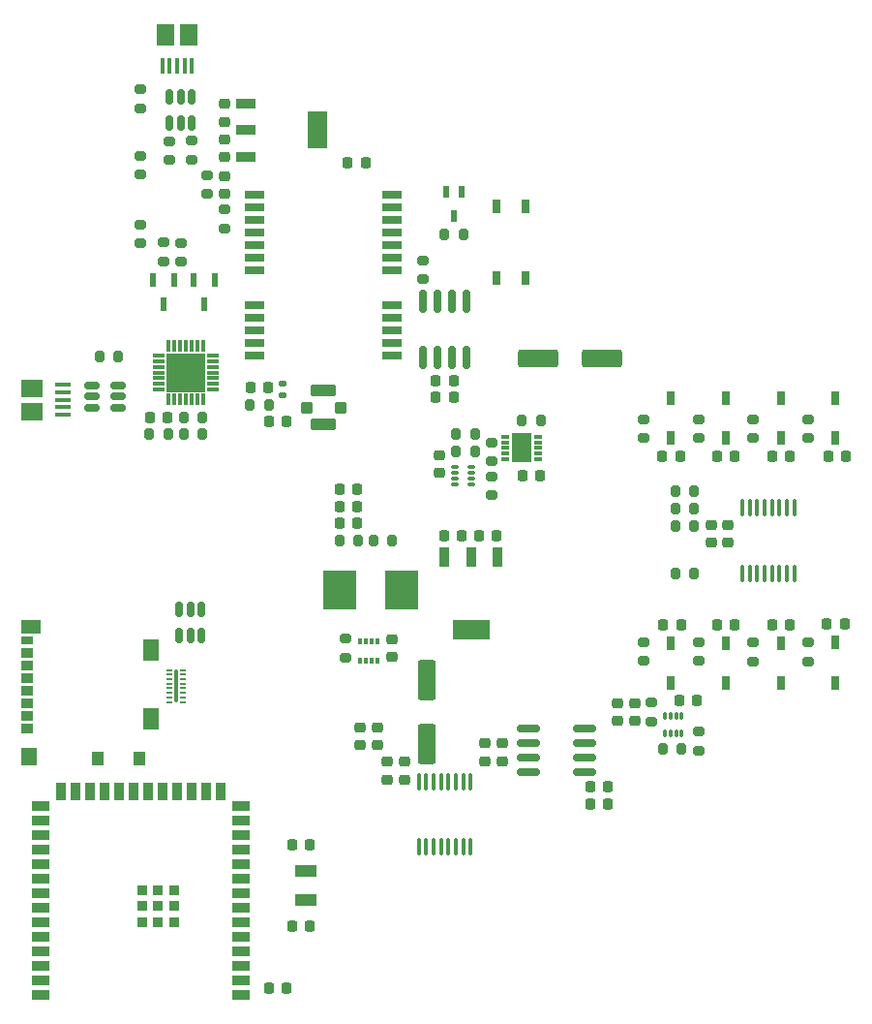
<source format=gbr>
%TF.GenerationSoftware,KiCad,Pcbnew,9.0.2*%
%TF.CreationDate,2025-06-15T01:14:31-07:00*%
%TF.ProjectId,SDM26LoggerV3.3,53444d32-364c-46f6-9767-657256332e33,rev?*%
%TF.SameCoordinates,Original*%
%TF.FileFunction,Paste,Top*%
%TF.FilePolarity,Positive*%
%FSLAX46Y46*%
G04 Gerber Fmt 4.6, Leading zero omitted, Abs format (unit mm)*
G04 Created by KiCad (PCBNEW 9.0.2) date 2025-06-15 01:14:31*
%MOMM*%
%LPD*%
G01*
G04 APERTURE LIST*
G04 Aperture macros list*
%AMRoundRect*
0 Rectangle with rounded corners*
0 $1 Rounding radius*
0 $2 $3 $4 $5 $6 $7 $8 $9 X,Y pos of 4 corners*
0 Add a 4 corners polygon primitive as box body*
4,1,4,$2,$3,$4,$5,$6,$7,$8,$9,$2,$3,0*
0 Add four circle primitives for the rounded corners*
1,1,$1+$1,$2,$3*
1,1,$1+$1,$4,$5*
1,1,$1+$1,$6,$7*
1,1,$1+$1,$8,$9*
0 Add four rect primitives between the rounded corners*
20,1,$1+$1,$2,$3,$4,$5,0*
20,1,$1+$1,$4,$5,$6,$7,0*
20,1,$1+$1,$6,$7,$8,$9,0*
20,1,$1+$1,$8,$9,$2,$3,0*%
G04 Aperture macros list end*
%ADD10RoundRect,0.225000X0.225000X0.250000X-0.225000X0.250000X-0.225000X-0.250000X0.225000X-0.250000X0*%
%ADD11RoundRect,0.225000X0.250000X-0.225000X0.250000X0.225000X-0.250000X0.225000X-0.250000X-0.225000X0*%
%ADD12RoundRect,0.075000X0.075000X-0.260000X0.075000X0.260000X-0.075000X0.260000X-0.075000X-0.260000X0*%
%ADD13RoundRect,0.200000X0.200000X0.275000X-0.200000X0.275000X-0.200000X-0.275000X0.200000X-0.275000X0*%
%ADD14RoundRect,0.200000X-0.275000X0.200000X-0.275000X-0.200000X0.275000X-0.200000X0.275000X0.200000X0*%
%ADD15R,2.950000X3.500000*%
%ADD16RoundRect,0.200000X-0.200000X-0.275000X0.200000X-0.275000X0.200000X0.275000X-0.200000X0.275000X0*%
%ADD17R,1.350000X0.400000*%
%ADD18R,1.900000X1.500000*%
%ADD19R,1.100000X0.850000*%
%ADD20R,1.100000X0.750000*%
%ADD21R,1.000000X1.200000*%
%ADD22R,1.350000X1.550000*%
%ADD23R,1.350000X1.900000*%
%ADD24R,1.800000X1.170000*%
%ADD25RoundRect,0.150000X0.150000X-0.512500X0.150000X0.512500X-0.150000X0.512500X-0.150000X-0.512500X0*%
%ADD26R,1.000000X0.300000*%
%ADD27R,0.300000X1.000000*%
%ADD28R,3.350000X3.350000*%
%ADD29R,1.800000X0.800000*%
%ADD30R,0.300000X0.475000*%
%ADD31RoundRect,0.250000X1.500000X0.550000X-1.500000X0.550000X-1.500000X-0.550000X1.500000X-0.550000X0*%
%ADD32RoundRect,0.100000X0.100000X-0.637500X0.100000X0.637500X-0.100000X0.637500X-0.100000X-0.637500X0*%
%ADD33R,1.500000X0.900000*%
%ADD34R,0.900000X1.500000*%
%ADD35R,0.900000X0.900000*%
%ADD36R,0.800000X1.150000*%
%ADD37RoundRect,0.150000X-0.825000X-0.150000X0.825000X-0.150000X0.825000X0.150000X-0.825000X0.150000X0*%
%ADD38RoundRect,0.225000X-0.225000X-0.250000X0.225000X-0.250000X0.225000X0.250000X-0.225000X0.250000X0*%
%ADD39RoundRect,0.225000X-0.250000X0.225000X-0.250000X-0.225000X0.250000X-0.225000X0.250000X0.225000X0*%
%ADD40R,0.950000X1.750000*%
%ADD41R,3.250000X1.750000*%
%ADD42R,0.700000X0.300000*%
%ADD43R,1.750000X2.500000*%
%ADD44RoundRect,0.200000X0.275000X-0.200000X0.275000X0.200000X-0.275000X0.200000X-0.275000X-0.200000X0*%
%ADD45RoundRect,0.050000X0.285000X0.100000X-0.285000X0.100000X-0.285000X-0.100000X0.285000X-0.100000X0*%
%ADD46R,1.750000X0.950000*%
%ADD47R,1.750000X3.250000*%
%ADD48R,0.600000X1.250000*%
%ADD49RoundRect,0.100000X0.400000X-0.400000X0.400000X0.400000X-0.400000X0.400000X-0.400000X-0.400000X0*%
%ADD50RoundRect,0.105000X0.995000X-0.420000X0.995000X0.420000X-0.995000X0.420000X-0.995000X-0.420000X0*%
%ADD51RoundRect,0.050000X0.175000X0.050000X-0.175000X0.050000X-0.175000X-0.050000X0.175000X-0.050000X0*%
%ADD52RoundRect,0.075000X0.075000X1.325000X-0.075000X1.325000X-0.075000X-1.325000X0.075000X-1.325000X0*%
%ADD53RoundRect,0.150000X0.512500X0.150000X-0.512500X0.150000X-0.512500X-0.150000X0.512500X-0.150000X0*%
%ADD54R,0.400000X1.350000*%
%ADD55R,1.500000X1.900000*%
%ADD56RoundRect,0.150000X0.150000X-0.825000X0.150000X0.825000X-0.150000X0.825000X-0.150000X-0.825000X0*%
%ADD57RoundRect,0.147500X-0.172500X0.147500X-0.172500X-0.147500X0.172500X-0.147500X0.172500X0.147500X0*%
%ADD58R,0.500000X1.050000*%
%ADD59R,1.900000X1.100000*%
%ADD60RoundRect,0.250000X-0.550000X1.500000X-0.550000X-1.500000X0.550000X-1.500000X0.550000X1.500000X0*%
%ADD61R,0.800000X1.200000*%
G04 APERTURE END LIST*
D10*
%TO.C,C18*%
X127875000Y-103200000D03*
X126325000Y-103200000D03*
%TD*%
D11*
%TO.C,C2*%
X122100000Y-136575000D03*
X122100000Y-135025000D03*
%TD*%
D12*
%TO.C,U6*%
X146340000Y-132540000D03*
X146840000Y-132540000D03*
X147340000Y-132540000D03*
X147840000Y-132540000D03*
X147840000Y-131060000D03*
X147340000Y-131060000D03*
X146840000Y-131060000D03*
X146340000Y-131060000D03*
%TD*%
D13*
%TO.C,R30*%
X111725000Y-103800000D03*
X110075000Y-103800000D03*
%TD*%
D14*
%TO.C,R4*%
X100500000Y-88075000D03*
X100500000Y-89725000D03*
%TD*%
D15*
%TO.C,L1*%
X117875000Y-120000000D03*
X123325000Y-120000000D03*
%TD*%
D16*
%TO.C,R18*%
X146175000Y-133900000D03*
X147825000Y-133900000D03*
%TD*%
D10*
%TO.C,C37*%
X157275000Y-123100000D03*
X155725000Y-123100000D03*
%TD*%
D13*
%TO.C,R24*%
X148925000Y-111400000D03*
X147275000Y-111400000D03*
%TD*%
D17*
%TO.C,J2*%
X93662500Y-102100000D03*
X93662500Y-102750000D03*
X93662500Y-103400000D03*
X93662500Y-104050000D03*
X93662500Y-104700000D03*
D18*
X90962500Y-102400000D03*
X90962500Y-104400000D03*
%TD*%
D10*
%TO.C,C16*%
X128600000Y-115300000D03*
X127050000Y-115300000D03*
%TD*%
D19*
%TO.C,J4*%
X90570000Y-132100000D03*
X90570000Y-131000000D03*
X90570000Y-129900000D03*
X90570000Y-128800000D03*
X90570000Y-127700000D03*
X90570000Y-126600000D03*
X90570000Y-125500000D03*
D20*
X90570000Y-124450000D03*
D21*
X96720000Y-134735000D03*
X100420000Y-134735000D03*
D22*
X90695000Y-134560000D03*
D23*
X101395000Y-131235000D03*
X101395000Y-125265000D03*
D24*
X90920000Y-123240000D03*
%TD*%
D13*
%TO.C,R14*%
X128725000Y-88900000D03*
X127075000Y-88900000D03*
%TD*%
D25*
%TO.C,U5*%
X103050000Y-79175000D03*
X104000000Y-79175000D03*
X104950000Y-79175000D03*
X104950000Y-76900000D03*
X104000000Y-76900000D03*
X103050000Y-76900000D03*
%TD*%
D14*
%TO.C,R2*%
X104000000Y-89675000D03*
X104000000Y-91325000D03*
%TD*%
D26*
%TO.C,IC2*%
X102100000Y-99510000D03*
X102100000Y-100010000D03*
X102100000Y-100510000D03*
X102100000Y-101010000D03*
X102100000Y-101510000D03*
X102100000Y-102010000D03*
X102100000Y-102510000D03*
D27*
X102950000Y-103360000D03*
X103450000Y-103360000D03*
X103950000Y-103360000D03*
X104450000Y-103360000D03*
X104950000Y-103360000D03*
X105450000Y-103360000D03*
X105950000Y-103360000D03*
D26*
X106800000Y-102510000D03*
X106800000Y-102010000D03*
X106800000Y-101510000D03*
X106800000Y-101010000D03*
X106800000Y-100510000D03*
X106800000Y-100010000D03*
X106800000Y-99510000D03*
D27*
X105950000Y-98660000D03*
X105450000Y-98660000D03*
X104950000Y-98660000D03*
X104450000Y-98660000D03*
X103950000Y-98660000D03*
X103450000Y-98660000D03*
X102950000Y-98660000D03*
D28*
X104450000Y-101010000D03*
%TD*%
D29*
%TO.C,IC7*%
X110500000Y-85500000D03*
X110500000Y-86600000D03*
X110500000Y-87700000D03*
X110500000Y-88800000D03*
X110500000Y-89900000D03*
X110500000Y-91000000D03*
X110500000Y-92100000D03*
X110500000Y-95100000D03*
X110500000Y-96200000D03*
X110500000Y-97300000D03*
X110500000Y-98400000D03*
X110500000Y-99500000D03*
X122500000Y-99500000D03*
X122500000Y-98400000D03*
X122500000Y-97300000D03*
X122500000Y-96200000D03*
X122500000Y-95100000D03*
X122500000Y-92100000D03*
X122500000Y-91000000D03*
X122500000Y-89900000D03*
X122500000Y-88800000D03*
X122500000Y-87700000D03*
X122500000Y-86600000D03*
X122500000Y-85500000D03*
%TD*%
D30*
%TO.C,IC4*%
X119700000Y-126200000D03*
X120200000Y-126200000D03*
X120700000Y-126200000D03*
X121200000Y-126200000D03*
X121200000Y-124524000D03*
X120700000Y-124524000D03*
X120200000Y-124524000D03*
X119700000Y-124524000D03*
%TD*%
D14*
%TO.C,R28*%
X154100000Y-105075000D03*
X154100000Y-106725000D03*
%TD*%
D31*
%TO.C,C5*%
X140900000Y-99800000D03*
X135300000Y-99800000D03*
%TD*%
D32*
%TO.C,U1*%
X124825000Y-142462500D03*
X125475000Y-142462500D03*
X126125000Y-142462500D03*
X126775000Y-142462500D03*
X127425000Y-142462500D03*
X128075000Y-142462500D03*
X128725000Y-142462500D03*
X129375000Y-142462500D03*
X129375000Y-136737500D03*
X128725000Y-136737500D03*
X128075000Y-136737500D03*
X127425000Y-136737500D03*
X126775000Y-136737500D03*
X126125000Y-136737500D03*
X125475000Y-136737500D03*
X124825000Y-136737500D03*
%TD*%
D13*
%TO.C,R13*%
X102925000Y-106400000D03*
X101275000Y-106400000D03*
%TD*%
D11*
%TO.C,C11*%
X119700000Y-133575000D03*
X119700000Y-132025000D03*
%TD*%
D14*
%TO.C,R38*%
X131200000Y-107100000D03*
X131200000Y-108750000D03*
%TD*%
D33*
%TO.C,IC1*%
X109250000Y-155360000D03*
X109250000Y-154090000D03*
X109250000Y-152820000D03*
X109250000Y-151550000D03*
X109250000Y-150280000D03*
X109250000Y-149010000D03*
X109250000Y-147740000D03*
X109250000Y-146470000D03*
X109250000Y-145200000D03*
X109250000Y-143930000D03*
X109250000Y-142660000D03*
X109250000Y-141390000D03*
X109250000Y-140120000D03*
X109250000Y-138850000D03*
D34*
X107485000Y-137600000D03*
X106215000Y-137600000D03*
X104945000Y-137600000D03*
X103675000Y-137600000D03*
X102405000Y-137600000D03*
X101135000Y-137600000D03*
X99865000Y-137600000D03*
X98595000Y-137600000D03*
X97325000Y-137600000D03*
X96055000Y-137600000D03*
X94785000Y-137600000D03*
X93515000Y-137600000D03*
D33*
X91750000Y-138850000D03*
X91750000Y-140120000D03*
X91750000Y-141390000D03*
X91750000Y-142660000D03*
X91750000Y-143930000D03*
X91750000Y-145200000D03*
X91750000Y-146470000D03*
X91750000Y-147740000D03*
X91750000Y-149010000D03*
X91750000Y-150280000D03*
X91750000Y-151550000D03*
X91750000Y-152820000D03*
X91750000Y-154090000D03*
X91750000Y-155360000D03*
D35*
X102000000Y-147640000D03*
X102000000Y-149040000D03*
X103400000Y-149040000D03*
X103400000Y-147640000D03*
X103400000Y-146240000D03*
X102000000Y-146240000D03*
X100600000Y-146240000D03*
X100600000Y-147640000D03*
X100600000Y-149040000D03*
%TD*%
D14*
%TO.C,R37*%
X144500000Y-105075000D03*
X144500000Y-106725000D03*
%TD*%
D16*
%TO.C,R23*%
X147275000Y-118600000D03*
X148925000Y-118600000D03*
%TD*%
D36*
%TO.C,D7*%
X151700000Y-103250000D03*
X151700000Y-106750000D03*
%TD*%
D37*
%TO.C,U8*%
X134425000Y-132095000D03*
X134425000Y-133365000D03*
X134425000Y-134635000D03*
X134425000Y-135905000D03*
X139375000Y-135905000D03*
X139375000Y-134635000D03*
X139375000Y-133365000D03*
X139375000Y-132095000D03*
%TD*%
D11*
%TO.C,C10*%
X121200000Y-133575000D03*
X121200000Y-132025000D03*
%TD*%
D38*
%TO.C,C42*%
X146125000Y-108300000D03*
X147675000Y-108300000D03*
%TD*%
D14*
%TO.C,R15*%
X103000000Y-80775000D03*
X103000000Y-82425000D03*
%TD*%
%TO.C,R1*%
X102500000Y-89650000D03*
X102500000Y-91300000D03*
%TD*%
D39*
%TO.C,C26*%
X143700000Y-129925000D03*
X143700000Y-131475000D03*
%TD*%
D40*
%TO.C,IC3*%
X131700000Y-117150000D03*
X129400000Y-117150000D03*
X127100000Y-117150000D03*
D41*
X129400000Y-123450000D03*
%TD*%
D38*
%TO.C,C20*%
X147625000Y-129700000D03*
X149175000Y-129700000D03*
%TD*%
D14*
%TO.C,R20*%
X149300000Y-132375000D03*
X149300000Y-134025000D03*
%TD*%
D42*
%TO.C,IC8*%
X132400000Y-106600000D03*
X132400000Y-107100000D03*
X132400000Y-107600000D03*
X132400000Y-108100000D03*
X132400000Y-108600000D03*
X135300000Y-108600000D03*
X135300000Y-108100000D03*
X135300000Y-107600000D03*
X135300000Y-107100000D03*
X135300000Y-106600000D03*
D43*
X133850000Y-107600000D03*
%TD*%
D38*
%TO.C,C14*%
X117925000Y-114200000D03*
X119475000Y-114200000D03*
%TD*%
D16*
%TO.C,R9*%
X117875000Y-115700000D03*
X119525000Y-115700000D03*
%TD*%
D11*
%TO.C,C4*%
X126600000Y-109775000D03*
X126600000Y-108225000D03*
%TD*%
D44*
%TO.C,R27*%
X149300000Y-126225000D03*
X149300000Y-124575000D03*
%TD*%
D10*
%TO.C,C7*%
X115275000Y-142300000D03*
X113725000Y-142300000D03*
%TD*%
D13*
%TO.C,R8*%
X98525000Y-99600000D03*
X96875000Y-99600000D03*
%TD*%
D10*
%TO.C,C43*%
X135475000Y-110000000D03*
X133925000Y-110000000D03*
%TD*%
D45*
%TO.C,U3*%
X129440000Y-110750000D03*
X129440000Y-110250000D03*
X129440000Y-109750000D03*
X129440000Y-109250000D03*
X127960000Y-109250000D03*
X127960000Y-109750000D03*
X127960000Y-110250000D03*
X127960000Y-110750000D03*
%TD*%
D36*
%TO.C,D2*%
X146900000Y-128150000D03*
X146900000Y-124650000D03*
%TD*%
D16*
%TO.C,R26*%
X147275000Y-112900000D03*
X148925000Y-112900000D03*
%TD*%
D11*
%TO.C,C31*%
X107820818Y-79075280D03*
X107820818Y-77525280D03*
%TD*%
D39*
%TO.C,C22*%
X132100000Y-133425000D03*
X132100000Y-134975000D03*
%TD*%
D10*
%TO.C,C24*%
X141375000Y-138700000D03*
X139825000Y-138700000D03*
%TD*%
%TO.C,C29*%
X147775000Y-123100000D03*
X146225000Y-123100000D03*
%TD*%
D44*
%TO.C,R31*%
X154100000Y-126250000D03*
X154100000Y-124600000D03*
%TD*%
D38*
%TO.C,C40*%
X118625000Y-82700000D03*
X120175000Y-82700000D03*
%TD*%
D32*
%TO.C,U9*%
X153125000Y-118562500D03*
X153775000Y-118562500D03*
X154425000Y-118562500D03*
X155075000Y-118562500D03*
X155725000Y-118562500D03*
X156375000Y-118562500D03*
X157025000Y-118562500D03*
X157675000Y-118562500D03*
X157675000Y-112837500D03*
X157025000Y-112837500D03*
X156375000Y-112837500D03*
X155725000Y-112837500D03*
X155075000Y-112837500D03*
X154425000Y-112837500D03*
X153775000Y-112837500D03*
X153125000Y-112837500D03*
%TD*%
D38*
%TO.C,C38*%
X150925000Y-108300000D03*
X152475000Y-108300000D03*
%TD*%
D16*
%TO.C,R5*%
X128075000Y-107900000D03*
X129725000Y-107900000D03*
%TD*%
D10*
%TO.C,C41*%
X162075000Y-123000000D03*
X160525000Y-123000000D03*
%TD*%
D16*
%TO.C,R12*%
X104275000Y-104900000D03*
X105925000Y-104900000D03*
%TD*%
D14*
%TO.C,R32*%
X149300000Y-105075000D03*
X149300000Y-106725000D03*
%TD*%
D46*
%TO.C,IC6*%
X109700818Y-77530280D03*
X109700818Y-79830280D03*
X109700818Y-82130280D03*
D47*
X116000818Y-79830280D03*
%TD*%
D44*
%TO.C,R33*%
X106300000Y-85425000D03*
X106300000Y-83775000D03*
%TD*%
D25*
%TO.C,U2*%
X103900000Y-123975000D03*
X104850000Y-123975000D03*
X105800000Y-123975000D03*
X105800000Y-121700000D03*
X104850000Y-121700000D03*
X103900000Y-121700000D03*
%TD*%
D39*
%TO.C,C28*%
X151900000Y-114325000D03*
X151900000Y-115875000D03*
%TD*%
%TO.C,C27*%
X150400000Y-114325000D03*
X150400000Y-115875000D03*
%TD*%
D48*
%TO.C,Q1*%
X107005000Y-92900000D03*
X105095000Y-92900000D03*
X106050000Y-95000000D03*
%TD*%
D44*
%TO.C,R34*%
X100500000Y-83725000D03*
X100500000Y-82075000D03*
%TD*%
%TO.C,R21*%
X144500000Y-126225000D03*
X144500000Y-124575000D03*
%TD*%
D49*
%TO.C,AE1*%
X115000000Y-104075000D03*
D50*
X116500000Y-102600000D03*
D49*
X118000000Y-104075000D03*
D50*
X116500000Y-105550000D03*
%TD*%
D51*
%TO.C,U10*%
X104175000Y-129800000D03*
X104175000Y-129400000D03*
X104175000Y-129000000D03*
X104175000Y-128600000D03*
X104175000Y-128200000D03*
X104175000Y-127800000D03*
X104175000Y-127400000D03*
X104175000Y-127000000D03*
X103025000Y-127000000D03*
X103025000Y-127400000D03*
X103025000Y-127800000D03*
X103025000Y-128200000D03*
X103025000Y-128600000D03*
X103025000Y-129000000D03*
X103025000Y-129400000D03*
X103025000Y-129800000D03*
D52*
X103600000Y-128400000D03*
%TD*%
D53*
%TO.C,U4*%
X98547500Y-104060000D03*
X98547500Y-103110000D03*
X98547500Y-102160000D03*
X96272500Y-102160000D03*
X96272500Y-103110000D03*
X96272500Y-104060000D03*
%TD*%
D36*
%TO.C,D4*%
X151700000Y-128150000D03*
X151700000Y-124650000D03*
%TD*%
D14*
%TO.C,R29*%
X100500000Y-76275000D03*
X100500000Y-77925000D03*
%TD*%
D44*
%TO.C,R16*%
X104950000Y-82400000D03*
X104950000Y-80750000D03*
%TD*%
D16*
%TO.C,R25*%
X147275000Y-114400000D03*
X148925000Y-114400000D03*
%TD*%
D36*
%TO.C,D8*%
X161300000Y-128100000D03*
X161300000Y-124600000D03*
%TD*%
D10*
%TO.C,C33*%
X152475000Y-123100000D03*
X150925000Y-123100000D03*
%TD*%
D54*
%TO.C,J3*%
X105000000Y-74200000D03*
X104350000Y-74200000D03*
X103700000Y-74200000D03*
X103050000Y-74200000D03*
X102400000Y-74200000D03*
D55*
X104700000Y-71500000D03*
X102700000Y-71500000D03*
%TD*%
D36*
%TO.C,D9*%
X146900000Y-103250000D03*
X146900000Y-106750000D03*
%TD*%
%TO.C,D6*%
X156500000Y-128150000D03*
X156500000Y-124650000D03*
%TD*%
%TO.C,D3*%
X161300000Y-103250000D03*
X161300000Y-106750000D03*
%TD*%
D39*
%TO.C,C39*%
X107800000Y-83825000D03*
X107800000Y-85375000D03*
%TD*%
D16*
%TO.C,R10*%
X120875000Y-115700000D03*
X122525000Y-115700000D03*
%TD*%
D11*
%TO.C,C32*%
X107800000Y-82175000D03*
X107800000Y-80625000D03*
%TD*%
D56*
%TO.C,U7*%
X125214500Y-99707500D03*
X126484500Y-99707500D03*
X127754500Y-99707500D03*
X129024500Y-99707500D03*
X129024500Y-94757500D03*
X127754500Y-94757500D03*
X126484500Y-94757500D03*
X125214500Y-94757500D03*
%TD*%
D14*
%TO.C,R22*%
X158900000Y-105075000D03*
X158900000Y-106725000D03*
%TD*%
D10*
%TO.C,C1*%
X113275000Y-154800000D03*
X111725000Y-154800000D03*
%TD*%
D44*
%TO.C,R3*%
X131200000Y-111725000D03*
X131200000Y-110075000D03*
%TD*%
D48*
%TO.C,Q2*%
X103455000Y-92900000D03*
X101545000Y-92900000D03*
X102500000Y-95000000D03*
%TD*%
D14*
%TO.C,R17*%
X125224500Y-91197500D03*
X125224500Y-92847500D03*
%TD*%
D57*
%TO.C,L2*%
X112900000Y-102015000D03*
X112900000Y-102985000D03*
%TD*%
D38*
%TO.C,C35*%
X110125000Y-102300000D03*
X111675000Y-102300000D03*
%TD*%
D10*
%TO.C,C17*%
X102875000Y-104900000D03*
X101325000Y-104900000D03*
%TD*%
D58*
%TO.C,D1*%
X128550000Y-85250000D03*
X127250000Y-85250000D03*
X127900000Y-87350000D03*
%TD*%
D10*
%TO.C,C6*%
X115275000Y-149400000D03*
X113725000Y-149400000D03*
%TD*%
D44*
%TO.C,R36*%
X158900000Y-126250000D03*
X158900000Y-124600000D03*
%TD*%
D39*
%TO.C,C21*%
X130600000Y-133425000D03*
X130600000Y-134975000D03*
%TD*%
D11*
%TO.C,C3*%
X123600000Y-136575000D03*
X123600000Y-135025000D03*
%TD*%
D39*
%TO.C,C13*%
X122500000Y-124325000D03*
X122500000Y-125875000D03*
%TD*%
D44*
%TO.C,R7*%
X118400000Y-125925000D03*
X118400000Y-124275000D03*
%TD*%
D16*
%TO.C,R11*%
X104275000Y-106400000D03*
X105925000Y-106400000D03*
%TD*%
%TO.C,R39*%
X133850000Y-105200000D03*
X135500000Y-105200000D03*
%TD*%
D59*
%TO.C,Y1*%
X114950000Y-147080000D03*
X114950000Y-144580000D03*
%TD*%
D60*
%TO.C,C8*%
X125500000Y-127900000D03*
X125500000Y-133500000D03*
%TD*%
D38*
%TO.C,C9*%
X117925000Y-111200000D03*
X119475000Y-111200000D03*
%TD*%
D10*
%TO.C,C23*%
X141375000Y-137200000D03*
X139825000Y-137200000D03*
%TD*%
D38*
%TO.C,C15*%
X117925000Y-112700000D03*
X119475000Y-112700000D03*
%TD*%
D14*
%TO.C,R35*%
X107800000Y-86775000D03*
X107800000Y-88425000D03*
%TD*%
D10*
%TO.C,C19*%
X127875000Y-101700000D03*
X126325000Y-101700000D03*
%TD*%
D38*
%TO.C,C34*%
X155750000Y-108300000D03*
X157300000Y-108300000D03*
%TD*%
D13*
%TO.C,R6*%
X129725000Y-106400000D03*
X128075000Y-106400000D03*
%TD*%
D38*
%TO.C,C12*%
X130100000Y-115300000D03*
X131650000Y-115300000D03*
%TD*%
D61*
%TO.C,IC5*%
X131630000Y-92775000D03*
X134170000Y-92775000D03*
X134170000Y-86475000D03*
X131630000Y-86475000D03*
%TD*%
D38*
%TO.C,C30*%
X160650000Y-108300000D03*
X162200000Y-108300000D03*
%TD*%
D39*
%TO.C,C25*%
X142200000Y-129925000D03*
X142200000Y-131475000D03*
%TD*%
D44*
%TO.C,R19*%
X145200000Y-131525000D03*
X145200000Y-129875000D03*
%TD*%
D10*
%TO.C,C36*%
X113275000Y-105300000D03*
X111725000Y-105300000D03*
%TD*%
D36*
%TO.C,D5*%
X156500000Y-103250000D03*
X156500000Y-106750000D03*
%TD*%
M02*

</source>
